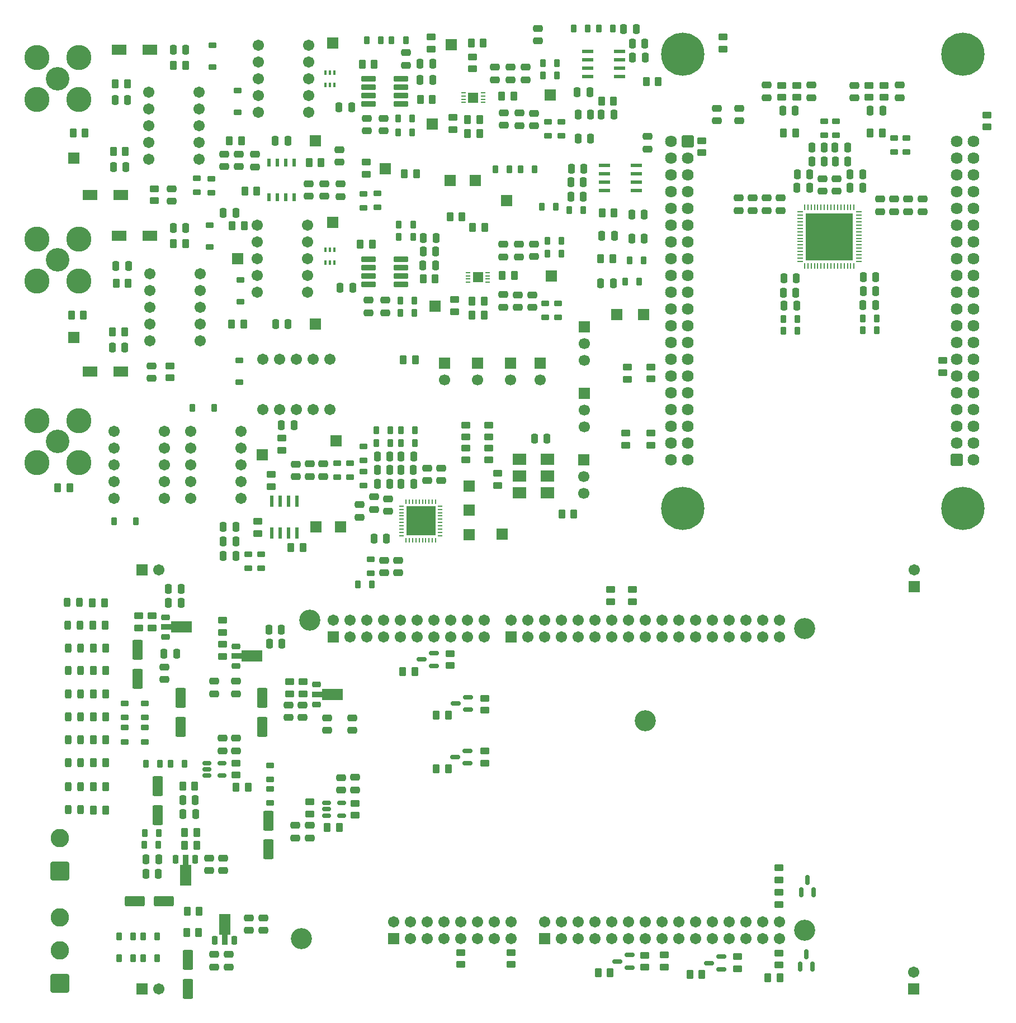
<source format=gts>
%TF.GenerationSoftware,KiCad,Pcbnew,9.0.5-9.0.5~ubuntu24.04.1*%
%TF.CreationDate,2025-11-23T20:56:38+01:00*%
%TF.ProjectId,DigitalOsciloscope,44696769-7461-46c4-9f73-63696c6f7363,rev?*%
%TF.SameCoordinates,Original*%
%TF.FileFunction,Soldermask,Top*%
%TF.FilePolarity,Negative*%
%FSLAX46Y46*%
G04 Gerber Fmt 4.6, Leading zero omitted, Abs format (unit mm)*
G04 Created by KiCad (PCBNEW 9.0.5-9.0.5~ubuntu24.04.1) date 2025-11-23 20:56:38*
%MOMM*%
%LPD*%
G01*
G04 APERTURE LIST*
G04 Aperture macros list*
%AMRoundRect*
0 Rectangle with rounded corners*
0 $1 Rounding radius*
0 $2 $3 $4 $5 $6 $7 $8 $9 X,Y pos of 4 corners*
0 Add a 4 corners polygon primitive as box body*
4,1,4,$2,$3,$4,$5,$6,$7,$8,$9,$2,$3,0*
0 Add four circle primitives for the rounded corners*
1,1,$1+$1,$2,$3*
1,1,$1+$1,$4,$5*
1,1,$1+$1,$6,$7*
1,1,$1+$1,$8,$9*
0 Add four rect primitives between the rounded corners*
20,1,$1+$1,$2,$3,$4,$5,0*
20,1,$1+$1,$4,$5,$6,$7,0*
20,1,$1+$1,$6,$7,$8,$9,0*
20,1,$1+$1,$8,$9,$2,$3,0*%
%AMFreePoly0*
4,1,9,3.862500,-0.866500,0.737500,-0.866500,0.737500,-0.450000,-0.737500,-0.450000,-0.737500,0.450000,0.737500,0.450000,0.737500,0.866500,3.862500,0.866500,3.862500,-0.866500,3.862500,-0.866500,$1*%
G04 Aperture macros list end*
%ADD10R,0.703200X0.274600*%
%ADD11R,1.600000X1.600000*%
%ADD12C,1.704000*%
%ADD13C,1.712000*%
%ADD14RoundRect,0.102000X0.754000X-0.754000X0.754000X0.754000X-0.754000X0.754000X-0.754000X-0.754000X0*%
%ADD15C,3.200000*%
%ADD16C,6.554000*%
%ADD17C,1.794000*%
%ADD18RoundRect,0.102000X0.795000X0.795000X-0.795000X0.795000X-0.795000X-0.795000X0.795000X-0.795000X0*%
%ADD19RoundRect,0.062500X-0.062500X0.375000X-0.062500X-0.375000X0.062500X-0.375000X0.062500X0.375000X0*%
%ADD20RoundRect,0.062500X-0.375000X0.062500X-0.375000X-0.062500X0.375000X-0.062500X0.375000X0.062500X0*%
%ADD21R,7.150000X7.150000*%
%ADD22RoundRect,0.100500X-0.986500X-0.301500X0.986500X-0.301500X0.986500X0.301500X-0.986500X0.301500X0*%
%ADD23RoundRect,0.100000X-0.100000X0.225000X-0.100000X-0.225000X0.100000X-0.225000X0.100000X0.225000X0*%
%ADD24RoundRect,0.250000X-0.450000X0.262500X-0.450000X-0.262500X0.450000X-0.262500X0.450000X0.262500X0*%
%ADD25RoundRect,0.250000X0.450000X-0.262500X0.450000X0.262500X-0.450000X0.262500X-0.450000X-0.262500X0*%
%ADD26RoundRect,0.250000X-0.262500X-0.450000X0.262500X-0.450000X0.262500X0.450000X-0.262500X0.450000X0*%
%ADD27RoundRect,0.250000X-0.475000X0.250000X-0.475000X-0.250000X0.475000X-0.250000X0.475000X0.250000X0*%
%ADD28RoundRect,0.250000X0.262500X0.450000X-0.262500X0.450000X-0.262500X-0.450000X0.262500X-0.450000X0*%
%ADD29RoundRect,0.250000X0.475000X-0.250000X0.475000X0.250000X-0.475000X0.250000X-0.475000X-0.250000X0*%
%ADD30RoundRect,0.150000X0.587500X0.150000X-0.587500X0.150000X-0.587500X-0.150000X0.587500X-0.150000X0*%
%ADD31R,1.700000X1.700000*%
%ADD32C,1.700000*%
%ADD33RoundRect,0.250000X-0.550000X1.250000X-0.550000X-1.250000X0.550000X-1.250000X0.550000X1.250000X0*%
%ADD34RoundRect,0.218750X0.218750X0.381250X-0.218750X0.381250X-0.218750X-0.381250X0.218750X-0.381250X0*%
%ADD35RoundRect,0.250000X-0.250000X-0.475000X0.250000X-0.475000X0.250000X0.475000X-0.250000X0.475000X0*%
%ADD36RoundRect,0.218750X0.381250X-0.218750X0.381250X0.218750X-0.381250X0.218750X-0.381250X-0.218750X0*%
%ADD37R,2.000000X1.800000*%
%ADD38RoundRect,0.150000X0.150000X-0.587500X0.150000X0.587500X-0.150000X0.587500X-0.150000X-0.587500X0*%
%ADD39RoundRect,0.250000X0.250000X0.475000X-0.250000X0.475000X-0.250000X-0.475000X0.250000X-0.475000X0*%
%ADD40RoundRect,0.218750X-0.218750X-0.381250X0.218750X-0.381250X0.218750X0.381250X-0.218750X0.381250X0*%
%ADD41RoundRect,0.225000X-0.425000X-0.225000X0.425000X-0.225000X0.425000X0.225000X-0.425000X0.225000X0*%
%ADD42FreePoly0,0.000000*%
%ADD43RoundRect,0.218750X-0.381250X0.218750X-0.381250X-0.218750X0.381250X-0.218750X0.381250X0.218750X0*%
%ADD44RoundRect,0.243750X0.243750X0.456250X-0.243750X0.456250X-0.243750X-0.456250X0.243750X-0.456250X0*%
%ADD45R,2.300000X1.600000*%
%ADD46R,0.711200X0.254000*%
%ADD47R,0.254000X0.711200*%
%ADD48R,4.495800X4.495800*%
%ADD49R,1.676400X0.508000*%
%ADD50C,3.556000*%
%ADD51C,3.810000*%
%ADD52RoundRect,0.250001X1.149999X-1.149999X1.149999X1.149999X-1.149999X1.149999X-1.149999X-1.149999X0*%
%ADD53C,2.800000*%
%ADD54RoundRect,0.150000X-0.512500X-0.150000X0.512500X-0.150000X0.512500X0.150000X-0.512500X0.150000X0*%
%ADD55RoundRect,0.225000X0.225000X0.375000X-0.225000X0.375000X-0.225000X-0.375000X0.225000X-0.375000X0*%
%ADD56RoundRect,0.225000X-0.375000X0.225000X-0.375000X-0.225000X0.375000X-0.225000X0.375000X0.225000X0*%
%ADD57RoundRect,0.225000X0.375000X-0.225000X0.375000X0.225000X-0.375000X0.225000X-0.375000X-0.225000X0*%
%ADD58R,0.508000X1.257300*%
%ADD59RoundRect,0.225000X-0.225000X-0.375000X0.225000X-0.375000X0.225000X0.375000X-0.225000X0.375000X0*%
%ADD60RoundRect,0.250000X0.550000X-1.250000X0.550000X1.250000X-0.550000X1.250000X-0.550000X-1.250000X0*%
%ADD61RoundRect,0.225000X-0.225000X0.425000X-0.225000X-0.425000X0.225000X-0.425000X0.225000X0.425000X0*%
%ADD62FreePoly0,270.000000*%
%ADD63R,0.508000X1.676400*%
%ADD64RoundRect,0.225000X0.225000X-0.425000X0.225000X0.425000X-0.225000X0.425000X-0.225000X-0.425000X0*%
%ADD65FreePoly0,90.000000*%
%ADD66RoundRect,0.250000X1.250000X0.550000X-1.250000X0.550000X-1.250000X-0.550000X1.250000X-0.550000X0*%
G04 APERTURE END LIST*
D10*
%TO.C,U6*%
X192323399Y-90549999D03*
X192323399Y-91050000D03*
X192323399Y-91550000D03*
X192323399Y-92050001D03*
X195276601Y-92050001D03*
X195276601Y-91550000D03*
X195276601Y-91050000D03*
X195276601Y-90549999D03*
D11*
X193800000Y-91300000D03*
%TD*%
D10*
%TO.C,U5*%
X191623399Y-63299999D03*
X191623399Y-63800000D03*
X191623399Y-64300000D03*
X191623399Y-64800001D03*
X194576601Y-64800001D03*
X194576601Y-64300000D03*
X194576601Y-63800000D03*
X194576601Y-63299999D03*
D11*
X193100000Y-64050000D03*
%TD*%
D12*
%TO.C,K2*%
X151710000Y-90720000D03*
X151710000Y-93260000D03*
X151710000Y-95800000D03*
X151710000Y-98340000D03*
X151710000Y-100880000D03*
X144090000Y-100880000D03*
X144090000Y-98340000D03*
X144090000Y-95800000D03*
X144090000Y-93260000D03*
X144090000Y-90720000D03*
%TD*%
%TO.C,K3*%
X160390000Y-93530000D03*
X160390000Y-90990000D03*
X160390000Y-88450000D03*
X160390000Y-85910000D03*
X160390000Y-83370000D03*
X168010000Y-83370000D03*
X168010000Y-85910000D03*
X168010000Y-88450000D03*
X168010000Y-90990000D03*
X168010000Y-93530000D03*
%TD*%
D13*
%TO.C,U11*%
X259800000Y-196600000D03*
D14*
X259800000Y-199140000D03*
D13*
X259820000Y-135640000D03*
D14*
X259820000Y-138180000D03*
D13*
X239480000Y-143260000D03*
X239480000Y-145800000D03*
X236940000Y-143260000D03*
X236940000Y-145800000D03*
X234400000Y-143260000D03*
X234400000Y-145800000D03*
X231860000Y-143260000D03*
X231860000Y-145800000D03*
X229320000Y-143260000D03*
X229320000Y-145800000D03*
X226780000Y-143260000D03*
X226780000Y-145800000D03*
X224240000Y-143260000D03*
X224240000Y-145800000D03*
X221700000Y-143260000D03*
X221700000Y-145800000D03*
X219160000Y-143260000D03*
X219160000Y-145800000D03*
X216620000Y-143260000D03*
X216620000Y-145800000D03*
X214080000Y-143260000D03*
X214080000Y-145800000D03*
X211540000Y-143260000D03*
X211540000Y-145800000D03*
X209000000Y-143260000D03*
X209000000Y-145800000D03*
X206460000Y-143260000D03*
X206460000Y-145800000D03*
X203920000Y-143260000D03*
X203920000Y-145800000D03*
X201380000Y-143260000D03*
X201380000Y-145800000D03*
X198840000Y-143260000D03*
D14*
X198840000Y-145800000D03*
D13*
X239480000Y-188980000D03*
X239480000Y-191520000D03*
X236940000Y-188980000D03*
X236940000Y-191520000D03*
X234400000Y-188980000D03*
X234400000Y-191520000D03*
X231860000Y-188980000D03*
X231860000Y-191520000D03*
X229320000Y-188980000D03*
X229320000Y-191520000D03*
X226780000Y-188980000D03*
X226780000Y-191520000D03*
X224240000Y-188980000D03*
X224240000Y-191520000D03*
X221700000Y-188980000D03*
X221700000Y-191520000D03*
X219160000Y-188980000D03*
X219160000Y-191520000D03*
X216620000Y-188980000D03*
X216620000Y-191520000D03*
X214080000Y-188980000D03*
X214080000Y-191520000D03*
X211540000Y-188980000D03*
X211540000Y-191520000D03*
X209000000Y-188980000D03*
X209000000Y-191520000D03*
X206460000Y-188980000D03*
X206460000Y-191520000D03*
X203920000Y-188980000D03*
D14*
X203920000Y-191520000D03*
D13*
X198840000Y-188980000D03*
X198840000Y-191520000D03*
X196300000Y-188980000D03*
X196300000Y-191520000D03*
X193760000Y-188980000D03*
X193760000Y-191520000D03*
X191220000Y-188980000D03*
X191220000Y-191520000D03*
X188680000Y-188980000D03*
X188680000Y-191520000D03*
X186140000Y-188980000D03*
X186140000Y-191520000D03*
X183600000Y-188980000D03*
X183600000Y-191520000D03*
X181060000Y-188980000D03*
D14*
X181060000Y-191520000D03*
D13*
X194776000Y-143260000D03*
X194776000Y-145800000D03*
X192236000Y-143260000D03*
X192236000Y-145800000D03*
X189696000Y-143260000D03*
X189696000Y-145800000D03*
X187156000Y-143260000D03*
X187156000Y-145800000D03*
X184616000Y-143260000D03*
X184616000Y-145800000D03*
X182076000Y-143260000D03*
X182076000Y-145800000D03*
X179536000Y-143260000D03*
X179536000Y-145800000D03*
X176996000Y-143260000D03*
X176996000Y-145800000D03*
X174456000Y-143260000D03*
X174456000Y-145800000D03*
X171916000Y-143260000D03*
D14*
X171916000Y-145800000D03*
D13*
X145500000Y-135640000D03*
D14*
X142960000Y-135640000D03*
D13*
X145500000Y-199140000D03*
D14*
X142960000Y-199140000D03*
D15*
X168360000Y-143260000D03*
X243290000Y-144530000D03*
X219160000Y-158500000D03*
X243290000Y-190250000D03*
X167090000Y-191520000D03*
%TD*%
D16*
%TO.C,U10*%
X224790000Y-126290000D03*
X267210000Y-126290000D03*
X224790000Y-57460000D03*
X267210000Y-57460000D03*
D17*
X268860000Y-70670000D03*
X266320000Y-70670000D03*
X268860000Y-73210000D03*
X266320000Y-73210000D03*
X268860000Y-75750000D03*
X266320000Y-75750000D03*
X268860000Y-78290000D03*
X266320000Y-78290000D03*
X268860000Y-80830000D03*
X266320000Y-80830000D03*
X268860000Y-83370000D03*
X266320000Y-83370000D03*
X268860000Y-85910000D03*
X266320000Y-85910000D03*
X268860000Y-88450000D03*
X266320000Y-88450000D03*
X268860000Y-90990000D03*
X266320000Y-90990000D03*
X268860000Y-93530000D03*
X266320000Y-93530000D03*
X268860000Y-96070000D03*
X266320000Y-96070000D03*
X268860000Y-98610000D03*
X266320000Y-98610000D03*
X268860000Y-101150000D03*
X266320000Y-101150000D03*
X268860000Y-103690000D03*
X266320000Y-103690000D03*
X268860000Y-106230000D03*
X266320000Y-106230000D03*
X268860000Y-108770000D03*
X266320000Y-108770000D03*
X268860000Y-111310000D03*
X266320000Y-111310000D03*
X268860000Y-113850000D03*
X266320000Y-113850000D03*
X268860000Y-116390000D03*
X266320000Y-116390000D03*
X268860000Y-118930000D03*
D18*
X266320000Y-118930000D03*
D17*
X223010000Y-118930000D03*
X225550000Y-118930000D03*
X223010000Y-116390000D03*
X225550000Y-116390000D03*
X223010000Y-113850000D03*
X225550000Y-113850000D03*
X223010000Y-111310000D03*
X225550000Y-111310000D03*
X223010000Y-108770000D03*
X225550000Y-108770000D03*
X223010000Y-106230000D03*
X225550000Y-106230000D03*
X223010000Y-103690000D03*
X225550000Y-103690000D03*
X223010000Y-101150000D03*
X225550000Y-101150000D03*
X223010000Y-98610000D03*
X225550000Y-98610000D03*
X223010000Y-96070000D03*
X225550000Y-96070000D03*
X223010000Y-93530000D03*
X225550000Y-93530000D03*
X223010000Y-90990000D03*
X225550000Y-90990000D03*
X223010000Y-88450000D03*
X225550000Y-88450000D03*
X223010000Y-85910000D03*
X225550000Y-85910000D03*
X223010000Y-83370000D03*
X225550000Y-83370000D03*
X223010000Y-80830000D03*
X225550000Y-80830000D03*
X223010000Y-78290000D03*
X225550000Y-78290000D03*
X223010000Y-75750000D03*
X225550000Y-75750000D03*
X223010000Y-73210000D03*
X225550000Y-73210000D03*
X223010000Y-70670000D03*
D18*
X225550000Y-70670000D03*
%TD*%
D19*
%TO.C,U9*%
X250750000Y-80692500D03*
X250250000Y-80692500D03*
X249750000Y-80692500D03*
X249250000Y-80692500D03*
X248750000Y-80692500D03*
X248250000Y-80692500D03*
X247750000Y-80692500D03*
X247250000Y-80692500D03*
X246750000Y-80692500D03*
X246250000Y-80692500D03*
X245750000Y-80692500D03*
X245250000Y-80692500D03*
X244750000Y-80692500D03*
X244250000Y-80692500D03*
X243750000Y-80692500D03*
X243250000Y-80692500D03*
D20*
X242562500Y-81380000D03*
X242562500Y-81880000D03*
X242562500Y-82380000D03*
X242562500Y-82880000D03*
X242562500Y-83380000D03*
X242562500Y-83880000D03*
X242562500Y-84380000D03*
X242562500Y-84880000D03*
X242562500Y-85380000D03*
X242562500Y-85880000D03*
X242562500Y-86380000D03*
X242562500Y-86880000D03*
X242562500Y-87380000D03*
X242562500Y-87880000D03*
X242562500Y-88380000D03*
X242562500Y-88880000D03*
D19*
X243250000Y-89567500D03*
X243750000Y-89567500D03*
X244250000Y-89567500D03*
X244750000Y-89567500D03*
X245250000Y-89567500D03*
X245750000Y-89567500D03*
X246250000Y-89567500D03*
X246750000Y-89567500D03*
X247250000Y-89567500D03*
X247750000Y-89567500D03*
X248250000Y-89567500D03*
X248750000Y-89567500D03*
X249250000Y-89567500D03*
X249750000Y-89567500D03*
X250250000Y-89567500D03*
X250750000Y-89567500D03*
D20*
X251437500Y-88880000D03*
X251437500Y-88380000D03*
X251437500Y-87880000D03*
X251437500Y-87380000D03*
X251437500Y-86880000D03*
X251437500Y-86380000D03*
X251437500Y-85880000D03*
X251437500Y-85380000D03*
X251437500Y-84880000D03*
X251437500Y-84380000D03*
X251437500Y-83880000D03*
X251437500Y-83380000D03*
X251437500Y-82880000D03*
X251437500Y-82380000D03*
X251437500Y-81880000D03*
X251437500Y-81380000D03*
D21*
X247000000Y-85130000D03*
%TD*%
D22*
%TO.C,U3*%
X177200000Y-61200000D03*
X177200000Y-62470000D03*
X177200000Y-63740000D03*
X177200000Y-65010000D03*
X182140000Y-65010000D03*
X182140000Y-63740000D03*
X182140000Y-62470000D03*
X182140000Y-61200000D03*
%TD*%
%TO.C,U2*%
X177200000Y-88530000D03*
X177200000Y-89800000D03*
X177200000Y-91070000D03*
X177200000Y-92340000D03*
X182140000Y-92340000D03*
X182140000Y-91070000D03*
X182140000Y-89800000D03*
X182140000Y-88530000D03*
%TD*%
D12*
%TO.C,K7*%
X161220000Y-111310000D03*
X163760000Y-111310000D03*
X166300000Y-111310000D03*
X168840000Y-111310000D03*
X171380000Y-111310000D03*
X171380000Y-103690000D03*
X168840000Y-103690000D03*
X166300000Y-103690000D03*
X163760000Y-103690000D03*
X161220000Y-103690000D03*
%TD*%
%TO.C,K6*%
X150290000Y-114620000D03*
X150290000Y-117160000D03*
X150290000Y-119700000D03*
X150290000Y-122240000D03*
X150290000Y-124780000D03*
X157910000Y-124780000D03*
X157910000Y-122240000D03*
X157910000Y-119700000D03*
X157910000Y-117160000D03*
X157910000Y-114620000D03*
%TD*%
%TO.C,K5*%
X146310000Y-124780000D03*
X146310000Y-122240000D03*
X146310000Y-119700000D03*
X146310000Y-117160000D03*
X146310000Y-114620000D03*
X138690000Y-114620000D03*
X138690000Y-117160000D03*
X138690000Y-119700000D03*
X138690000Y-122240000D03*
X138690000Y-124780000D03*
%TD*%
%TO.C,K1*%
X143990000Y-63220000D03*
X143990000Y-65760000D03*
X143990000Y-68300000D03*
X143990000Y-70840000D03*
X143990000Y-73380000D03*
X151610000Y-73380000D03*
X151610000Y-70840000D03*
X151610000Y-68300000D03*
X151610000Y-65760000D03*
X151610000Y-63220000D03*
%TD*%
D23*
%TO.C,D2*%
X172050000Y-60250000D03*
X171400000Y-60250000D03*
X170750000Y-60250000D03*
X170750000Y-62150000D03*
X171400000Y-62150000D03*
X172050000Y-62150000D03*
%TD*%
%TO.C,D1*%
X172050000Y-87150000D03*
X171400000Y-87150000D03*
X170750000Y-87150000D03*
X170750000Y-89050000D03*
X171400000Y-89050000D03*
X172050000Y-89050000D03*
%TD*%
D24*
%TO.C,R61*%
X216200000Y-116712500D03*
X216200000Y-114887500D03*
%TD*%
D25*
%TO.C,R59*%
X220000000Y-114887500D03*
X220000000Y-116712500D03*
%TD*%
%TO.C,R60*%
X227700000Y-72412500D03*
X227700000Y-70587500D03*
%TD*%
D26*
%TO.C,R35*%
X184312500Y-103800000D03*
X182487500Y-103800000D03*
%TD*%
D27*
%TO.C,C113*%
X153900000Y-152500000D03*
X153900000Y-154400000D03*
%TD*%
D28*
%TO.C,R44*%
X194612500Y-55800000D03*
X192787500Y-55800000D03*
%TD*%
D29*
%TO.C,C85*%
X233300000Y-81150000D03*
X233300000Y-79250000D03*
%TD*%
D30*
%TO.C,Q5*%
X187137500Y-150150000D03*
X187137500Y-148250000D03*
X185262500Y-149200000D03*
%TD*%
D28*
%TO.C,R14*%
X170039950Y-73877450D03*
X168214950Y-73877450D03*
%TD*%
D31*
%TO.C,J10*%
X188700000Y-104260000D03*
D32*
X188700000Y-106800000D03*
%TD*%
D33*
%TO.C,C127*%
X149900000Y-194700000D03*
X149900000Y-199100000D03*
%TD*%
D34*
%TO.C,L20*%
X206462500Y-87700000D03*
X204337500Y-87700000D03*
%TD*%
D35*
%TO.C,C43*%
X155250000Y-133500000D03*
X157150000Y-133500000D03*
%TD*%
D29*
%TO.C,C90*%
X239600000Y-81150000D03*
X239600000Y-79250000D03*
%TD*%
D35*
%TO.C,C1*%
X139000000Y-89600000D03*
X140900000Y-89600000D03*
%TD*%
D36*
%TO.C,L34*%
X246200000Y-69762500D03*
X246200000Y-67637500D03*
%TD*%
D37*
%TO.C,Y1*%
X200100000Y-118860000D03*
X200100000Y-121400000D03*
X200100000Y-123940000D03*
X204300000Y-123940000D03*
X204300000Y-121400000D03*
X204300000Y-118860000D03*
%TD*%
D26*
%TO.C,R7*%
X130175000Y-123200000D03*
X132000000Y-123200000D03*
%TD*%
D38*
%TO.C,Q2*%
X242550000Y-195737500D03*
X244450000Y-195737500D03*
X243500000Y-193862500D03*
%TD*%
D26*
%TO.C,R28*%
X192237500Y-67350000D03*
X194062500Y-67350000D03*
%TD*%
D39*
%TO.C,C144*%
X180450000Y-122600000D03*
X178550000Y-122600000D03*
%TD*%
D34*
%TO.C,L61*%
X180562500Y-114500000D03*
X178437500Y-114500000D03*
%TD*%
D35*
%TO.C,C97*%
X252150000Y-91300000D03*
X254050000Y-91300000D03*
%TD*%
D29*
%TO.C,C95*%
X246000000Y-78250000D03*
X246000000Y-76350000D03*
%TD*%
D40*
%TO.C,L54*%
X143137500Y-194500000D03*
X145262500Y-194500000D03*
%TD*%
D27*
%TO.C,C39*%
X168300000Y-119550000D03*
X168300000Y-121450000D03*
%TD*%
%TO.C,C108*%
X165100000Y-156100000D03*
X165100000Y-158000000D03*
%TD*%
D28*
%TO.C,R78*%
X227712500Y-196900000D03*
X225887500Y-196900000D03*
%TD*%
D29*
%TO.C,C31*%
X177000000Y-69100000D03*
X177000000Y-67200000D03*
%TD*%
D28*
%TO.C,R42*%
X194812500Y-83700000D03*
X192987500Y-83700000D03*
%TD*%
D31*
%TO.C,TP22*%
X218900000Y-96900000D03*
%TD*%
D26*
%TO.C,R98*%
X135575000Y-157900000D03*
X137400000Y-157900000D03*
%TD*%
D41*
%TO.C,U16*%
X146500000Y-142800000D03*
D42*
X146587500Y-144300000D03*
D41*
X146500000Y-145800000D03*
%TD*%
D34*
%TO.C,L3*%
X184162500Y-94800000D03*
X182037500Y-94800000D03*
%TD*%
D26*
%TO.C,R99*%
X135575000Y-150900000D03*
X137400000Y-150900000D03*
%TD*%
D39*
%TO.C,C19*%
X174850000Y-92900000D03*
X172950000Y-92900000D03*
%TD*%
D43*
%TO.C,L36*%
X248000000Y-67637500D03*
X248000000Y-69762500D03*
%TD*%
D44*
%TO.C,D14*%
X133637500Y-157860000D03*
X131762500Y-157860000D03*
%TD*%
D40*
%TO.C,L29*%
X208275000Y-53600000D03*
X210400000Y-53600000D03*
%TD*%
D39*
%TO.C,C30*%
X187450000Y-85300000D03*
X185550000Y-85300000D03*
%TD*%
D31*
%TO.C,J8*%
X198769047Y-104260000D03*
D32*
X198769047Y-106800000D03*
%TD*%
D31*
%TO.C,TP7*%
X179800000Y-74800000D03*
%TD*%
D28*
%TO.C,R83*%
X189300000Y-157600000D03*
X187475000Y-157600000D03*
%TD*%
D31*
%TO.C,TP24*%
X192500000Y-126600000D03*
%TD*%
D25*
%TO.C,R88*%
X167300000Y-154400000D03*
X167300000Y-152575000D03*
%TD*%
%TO.C,R37*%
X230900000Y-56712500D03*
X230900000Y-54887500D03*
%TD*%
D31*
%TO.C,J7*%
X209900000Y-98760000D03*
D32*
X209900000Y-101300000D03*
X209900000Y-103840000D03*
%TD*%
D45*
%TO.C,C5*%
X139450000Y-56800000D03*
X144150000Y-56800000D03*
%TD*%
D31*
%TO.C,J5*%
X209800000Y-118940000D03*
D32*
X209800000Y-121480000D03*
X209800000Y-124020000D03*
%TD*%
D27*
%TO.C,C109*%
X157200000Y-152500000D03*
X157200000Y-154400000D03*
%TD*%
D43*
%TO.C,L57*%
X176500000Y-120737500D03*
X176500000Y-122862500D03*
%TD*%
D39*
%TO.C,C122*%
X148850000Y-138500000D03*
X146950000Y-138500000D03*
%TD*%
D26*
%TO.C,R1*%
X139017500Y-92200000D03*
X140842500Y-92200000D03*
%TD*%
D30*
%TO.C,Q7*%
X192237500Y-164950000D03*
X192237500Y-163050000D03*
X190362500Y-164000000D03*
%TD*%
D25*
%TO.C,R62*%
X264200000Y-105712500D03*
X264200000Y-103887500D03*
%TD*%
D35*
%TO.C,C7*%
X138450000Y-101900000D03*
X140350000Y-101900000D03*
%TD*%
D27*
%TO.C,C52*%
X197600000Y-93900000D03*
X197600000Y-95800000D03*
%TD*%
D39*
%TO.C,C107*%
X145400000Y-181700000D03*
X143500000Y-181700000D03*
%TD*%
D27*
%TO.C,C44*%
X170400000Y-119550000D03*
X170400000Y-121450000D03*
%TD*%
D33*
%TO.C,C104*%
X161100000Y-155000000D03*
X161100000Y-159400000D03*
%TD*%
D44*
%TO.C,D19*%
X133450000Y-140550000D03*
X131575000Y-140550000D03*
%TD*%
D26*
%TO.C,R26*%
X192237500Y-69500000D03*
X194062500Y-69500000D03*
%TD*%
D39*
%TO.C,C24*%
X187400000Y-87400000D03*
X185500000Y-87400000D03*
%TD*%
D25*
%TO.C,R80*%
X189600000Y-150112500D03*
X189600000Y-148287500D03*
%TD*%
D28*
%TO.C,R74*%
X213825000Y-196700000D03*
X212000000Y-196700000D03*
%TD*%
D26*
%TO.C,R13*%
X156175000Y-70600000D03*
X158000000Y-70600000D03*
%TD*%
%TO.C,R86*%
X149387500Y-177400000D03*
X151212500Y-177400000D03*
%TD*%
D40*
%TO.C,L37*%
X240037500Y-97600000D03*
X242162500Y-97600000D03*
%TD*%
D31*
%TO.C,TP20*%
X193400000Y-76600000D03*
%TD*%
D27*
%TO.C,C47*%
X198700000Y-59450000D03*
X198700000Y-61350000D03*
%TD*%
D26*
%TO.C,R3*%
X147687500Y-86200000D03*
X149512500Y-86200000D03*
%TD*%
D25*
%TO.C,R109*%
X157200000Y-166712500D03*
X157200000Y-164887500D03*
%TD*%
D31*
%TO.C,TP3*%
X171800000Y-55800000D03*
%TD*%
D36*
%TO.C,L19*%
X204000000Y-97362500D03*
X204000000Y-95237500D03*
%TD*%
D29*
%TO.C,C86*%
X256800000Y-81350000D03*
X256800000Y-79450000D03*
%TD*%
D25*
%TO.C,R73*%
X219062500Y-195862500D03*
X219062500Y-194037500D03*
%TD*%
%TO.C,R39*%
X216400000Y-106725000D03*
X216400000Y-104900000D03*
%TD*%
D35*
%TO.C,C14*%
X163150000Y-98400000D03*
X165050000Y-98400000D03*
%TD*%
%TO.C,C151*%
X182150000Y-118400000D03*
X184050000Y-118400000D03*
%TD*%
D26*
%TO.C,R27*%
X192887500Y-97000000D03*
X194712500Y-97000000D03*
%TD*%
D29*
%TO.C,C53*%
X197600000Y-88200000D03*
X197600000Y-86300000D03*
%TD*%
D40*
%TO.C,L26*%
X200237500Y-74900000D03*
X202362500Y-74900000D03*
%TD*%
D25*
%TO.C,R51*%
X242100000Y-64025000D03*
X242100000Y-62200000D03*
%TD*%
D31*
%TO.C,TP12*%
X161100000Y-118200000D03*
%TD*%
D29*
%TO.C,C37*%
X166200000Y-121500000D03*
X166200000Y-119600000D03*
%TD*%
D26*
%TO.C,R2*%
X138887500Y-62000000D03*
X140712500Y-62000000D03*
%TD*%
D34*
%TO.C,L8*%
X183812500Y-67200000D03*
X181687500Y-67200000D03*
%TD*%
D27*
%TO.C,C76*%
X237500000Y-62150000D03*
X237500000Y-64050000D03*
%TD*%
D25*
%TO.C,R92*%
X144500000Y-144400000D03*
X144500000Y-142575000D03*
%TD*%
D39*
%TO.C,C63*%
X214300000Y-92200000D03*
X212400000Y-92200000D03*
%TD*%
D29*
%TO.C,C60*%
X219500000Y-71850000D03*
X219500000Y-69950000D03*
%TD*%
D40*
%TO.C,L12*%
X176937500Y-55400000D03*
X179062500Y-55400000D03*
%TD*%
D46*
%TO.C,U20*%
X182254463Y-125953833D03*
X182254463Y-126453959D03*
X182254463Y-126954085D03*
X182254463Y-127454211D03*
X182254463Y-127954337D03*
X182254463Y-128454463D03*
X182254463Y-128954589D03*
X182254463Y-129454715D03*
X182254463Y-129954841D03*
X182254463Y-130454967D03*
D47*
X182899496Y-131100000D03*
X183399622Y-131100000D03*
X183899748Y-131100000D03*
X184399874Y-131100000D03*
X184900000Y-131100000D03*
X185400126Y-131100000D03*
X185900252Y-131100000D03*
X186400378Y-131100000D03*
X186900504Y-131100000D03*
X187400630Y-131100000D03*
D46*
X188045663Y-130454967D03*
X188045663Y-129954841D03*
X188045663Y-129454715D03*
X188045663Y-128954589D03*
X188045663Y-128454463D03*
X188045663Y-127954337D03*
X188045663Y-127454211D03*
X188045663Y-126954085D03*
X188045663Y-126453959D03*
X188045663Y-125953833D03*
D47*
X187400630Y-125308800D03*
X186900504Y-125308800D03*
X186400378Y-125308800D03*
X185900252Y-125308800D03*
X185400126Y-125308800D03*
X184900000Y-125308800D03*
X184399874Y-125308800D03*
X183899748Y-125308800D03*
X183399622Y-125308800D03*
X182899496Y-125308800D03*
D48*
X185150063Y-128204400D03*
%TD*%
D44*
%TO.C,D13*%
X133637500Y-161400000D03*
X131762500Y-161400000D03*
%TD*%
D35*
%TO.C,C114*%
X146250000Y-148300000D03*
X148150000Y-148300000D03*
%TD*%
D26*
%TO.C,R34*%
X182675000Y-75600000D03*
X184500000Y-75600000D03*
%TD*%
D30*
%TO.C,Q4*%
X230637500Y-196150000D03*
X230637500Y-194250000D03*
X228762500Y-195200000D03*
%TD*%
D31*
%TO.C,J9*%
X193700000Y-104260000D03*
D32*
X193700000Y-106800000D03*
%TD*%
D24*
%TO.C,R25*%
X190300000Y-94675000D03*
X190300000Y-96500000D03*
%TD*%
D35*
%TO.C,C20*%
X185450000Y-89500000D03*
X187350000Y-89500000D03*
%TD*%
D49*
%TO.C,U8*%
X217813000Y-78110000D03*
X217813000Y-76840000D03*
X217813000Y-75570000D03*
X217813000Y-74300000D03*
X212987000Y-74300000D03*
X212987000Y-75570000D03*
X212987000Y-76840000D03*
X212987000Y-78110000D03*
%TD*%
D44*
%TO.C,D16*%
X133637500Y-154400000D03*
X131762500Y-154400000D03*
%TD*%
D34*
%TO.C,L52*%
X145462500Y-175500000D03*
X143337500Y-175500000D03*
%TD*%
D29*
%TO.C,C55*%
X233400000Y-67550000D03*
X233400000Y-65650000D03*
%TD*%
D26*
%TO.C,R102*%
X135500000Y-144000000D03*
X137325000Y-144000000D03*
%TD*%
D35*
%TO.C,C79*%
X247850000Y-71600000D03*
X249750000Y-71600000D03*
%TD*%
D27*
%TO.C,C149*%
X175900000Y-125750000D03*
X175900000Y-127650000D03*
%TD*%
D50*
%TO.C,J2*%
X130175000Y-88675000D03*
D51*
X127000000Y-85500000D03*
X127000000Y-91850000D03*
X133350000Y-85500000D03*
X133350000Y-91850000D03*
%TD*%
D31*
%TO.C,TP10*%
X186850000Y-68100000D03*
%TD*%
D35*
%TO.C,C92*%
X250150000Y-77700000D03*
X252050000Y-77700000D03*
%TD*%
D45*
%TO.C,C11*%
X139750000Y-105600000D03*
X135050000Y-105600000D03*
%TD*%
D31*
%TO.C,TP19*%
X189600000Y-76600000D03*
%TD*%
D26*
%TO.C,R31*%
X192887500Y-94900000D03*
X194712500Y-94900000D03*
%TD*%
D25*
%TO.C,R63*%
X270900000Y-68525000D03*
X270900000Y-66700000D03*
%TD*%
%TO.C,R91*%
X155100000Y-145100000D03*
X155100000Y-143275000D03*
%TD*%
D33*
%TO.C,C105*%
X148800000Y-155000000D03*
X148800000Y-159400000D03*
%TD*%
D52*
%TO.C,J12*%
X130467500Y-198250000D03*
D53*
X130467500Y-193250000D03*
X130467500Y-188250000D03*
%TD*%
D26*
%TO.C,R33*%
X197487500Y-91000000D03*
X199312500Y-91000000D03*
%TD*%
D44*
%TO.C,D15*%
X133637500Y-150900000D03*
X131762500Y-150900000D03*
%TD*%
D27*
%TO.C,C75*%
X250800000Y-62200000D03*
X250800000Y-64100000D03*
%TD*%
D26*
%TO.C,R105*%
X135412500Y-140600000D03*
X137237500Y-140600000D03*
%TD*%
D35*
%TO.C,C4*%
X147650000Y-83800000D03*
X149550000Y-83800000D03*
%TD*%
D30*
%TO.C,Q6*%
X192300000Y-156800000D03*
X192300000Y-154900000D03*
X190425000Y-155850000D03*
%TD*%
D27*
%TO.C,C49*%
X200000000Y-86300000D03*
X200000000Y-88200000D03*
%TD*%
D36*
%TO.C,L48*%
X140300000Y-157962500D03*
X140300000Y-155837500D03*
%TD*%
D40*
%TO.C,L62*%
X182137500Y-114500000D03*
X184262500Y-114500000D03*
%TD*%
D25*
%TO.C,R55*%
X192000000Y-115500000D03*
X192000000Y-113675000D03*
%TD*%
D29*
%TO.C,C23*%
X177200000Y-96650000D03*
X177200000Y-94750000D03*
%TD*%
D35*
%TO.C,C145*%
X182150000Y-122600000D03*
X184050000Y-122600000D03*
%TD*%
D24*
%TO.C,R11*%
X144800000Y-77867500D03*
X144800000Y-79692500D03*
%TD*%
D26*
%TO.C,R30*%
X165487500Y-132200000D03*
X167312500Y-132200000D03*
%TD*%
D27*
%TO.C,C41*%
X201000000Y-59450000D03*
X201000000Y-61350000D03*
%TD*%
D45*
%TO.C,C3*%
X139450000Y-85000000D03*
X144150000Y-85000000D03*
%TD*%
D43*
%TO.C,L35*%
X256800000Y-70137500D03*
X256800000Y-72262500D03*
%TD*%
D35*
%TO.C,C67*%
X207850000Y-76900000D03*
X209750000Y-76900000D03*
%TD*%
D24*
%TO.C,R17*%
X176900000Y-73837500D03*
X176900000Y-75662500D03*
%TD*%
D35*
%TO.C,C126*%
X149150000Y-172600000D03*
X151050000Y-172600000D03*
%TD*%
D26*
%TO.C,R5*%
X132517500Y-69400000D03*
X134342500Y-69400000D03*
%TD*%
D29*
%TO.C,C29*%
X179800000Y-96650000D03*
X179800000Y-94750000D03*
%TD*%
D27*
%TO.C,C116*%
X171000000Y-158050000D03*
X171000000Y-159950000D03*
%TD*%
D29*
%TO.C,C136*%
X157200000Y-163050000D03*
X157200000Y-161150000D03*
%TD*%
D44*
%TO.C,D11*%
X133637500Y-168480000D03*
X131762500Y-168480000D03*
%TD*%
D33*
%TO.C,C123*%
X162100000Y-173600000D03*
X162100000Y-178000000D03*
%TD*%
D28*
%TO.C,R46*%
X214412500Y-81500000D03*
X212587500Y-81500000D03*
%TD*%
D43*
%TO.C,L15*%
X205900000Y-95237500D03*
X205900000Y-97362500D03*
%TD*%
D35*
%TO.C,C65*%
X208950000Y-66600000D03*
X210850000Y-66600000D03*
%TD*%
D28*
%TO.C,R18*%
X177812500Y-86300000D03*
X175987500Y-86300000D03*
%TD*%
%TO.C,R107*%
X151525000Y-190600000D03*
X149700000Y-190600000D03*
%TD*%
D54*
%TO.C,U17*%
X152800000Y-164900000D03*
X152800000Y-165850000D03*
X152800000Y-166800000D03*
X155075000Y-166800000D03*
X155075000Y-164900000D03*
%TD*%
D43*
%TO.C,L51*%
X162300000Y-168837500D03*
X162300000Y-170962500D03*
%TD*%
D34*
%TO.C,L39*%
X242162500Y-99400000D03*
X240037500Y-99400000D03*
%TD*%
D55*
%TO.C,D3*%
X142000000Y-128300000D03*
X138700000Y-128300000D03*
%TD*%
D39*
%TO.C,C99*%
X254050000Y-93400000D03*
X252150000Y-93400000D03*
%TD*%
%TO.C,C57*%
X210750000Y-63200000D03*
X208850000Y-63200000D03*
%TD*%
D31*
%TO.C,J4*%
X209900000Y-108860000D03*
D32*
X209900000Y-111400000D03*
X209900000Y-113940000D03*
%TD*%
D43*
%TO.C,L60*%
X176500000Y-116937500D03*
X176500000Y-119062500D03*
%TD*%
D35*
%TO.C,C69*%
X208950000Y-70300000D03*
X210850000Y-70300000D03*
%TD*%
D39*
%TO.C,C118*%
X148850000Y-140600000D03*
X146950000Y-140600000D03*
%TD*%
D44*
%TO.C,D12*%
X133637500Y-164840000D03*
X131762500Y-164840000D03*
%TD*%
%TO.C,D17*%
X133637500Y-147500000D03*
X131762500Y-147500000D03*
%TD*%
D43*
%TO.C,L6*%
X178600000Y-78537500D03*
X178600000Y-80662500D03*
%TD*%
D56*
%TO.C,D6*%
X153600000Y-56150000D03*
X153600000Y-59450000D03*
%TD*%
D49*
%TO.C,U7*%
X215213000Y-60905000D03*
X215213000Y-59635000D03*
X215213000Y-58365000D03*
X215213000Y-57095000D03*
X210387000Y-57095000D03*
X210387000Y-58365000D03*
X210387000Y-59635000D03*
X210387000Y-60905000D03*
%TD*%
D39*
%TO.C,C81*%
X246250000Y-71600000D03*
X244350000Y-71600000D03*
%TD*%
D35*
%TO.C,C13*%
X163100000Y-70600000D03*
X165000000Y-70600000D03*
%TD*%
D36*
%TO.C,L56*%
X177600000Y-136162500D03*
X177600000Y-134037500D03*
%TD*%
D40*
%TO.C,L32*%
X203437500Y-80600000D03*
X205562500Y-80600000D03*
%TD*%
D31*
%TO.C,TP16*%
X204900000Y-91100000D03*
%TD*%
D36*
%TO.C,L21*%
X159000000Y-135362500D03*
X159000000Y-133237500D03*
%TD*%
D40*
%TO.C,L41*%
X139437500Y-191200000D03*
X141562500Y-191200000D03*
%TD*%
D29*
%TO.C,C45*%
X200100000Y-68300000D03*
X200100000Y-66400000D03*
%TD*%
D27*
%TO.C,C130*%
X153900000Y-193900000D03*
X153900000Y-195800000D03*
%TD*%
D40*
%TO.C,L27*%
X216737500Y-88700000D03*
X218862500Y-88700000D03*
%TD*%
D24*
%TO.C,R24*%
X190000000Y-67087500D03*
X190000000Y-68912500D03*
%TD*%
D25*
%TO.C,R22*%
X162500000Y-123012500D03*
X162500000Y-121187500D03*
%TD*%
D34*
%TO.C,L9*%
X183962500Y-83300000D03*
X181837500Y-83300000D03*
%TD*%
D36*
%TO.C,L5*%
X151200000Y-78400000D03*
X151200000Y-76275000D03*
%TD*%
D40*
%TO.C,L53*%
X139437500Y-194500000D03*
X141562500Y-194500000D03*
%TD*%
D27*
%TO.C,C110*%
X146300000Y-150350000D03*
X146300000Y-152250000D03*
%TD*%
D29*
%TO.C,C54*%
X230000000Y-67550000D03*
X230000000Y-65650000D03*
%TD*%
D27*
%TO.C,C22*%
X170500000Y-77100000D03*
X170500000Y-79000000D03*
%TD*%
D26*
%TO.C,R96*%
X135600000Y-164800000D03*
X137425000Y-164800000D03*
%TD*%
D29*
%TO.C,C82*%
X237500000Y-81150000D03*
X237500000Y-79250000D03*
%TD*%
D38*
%TO.C,Q1*%
X242750000Y-184475000D03*
X244650000Y-184475000D03*
X243700000Y-182600000D03*
%TD*%
D40*
%TO.C,L46*%
X147237500Y-165000000D03*
X149362500Y-165000000D03*
%TD*%
D29*
%TO.C,C137*%
X175200000Y-168950000D03*
X175200000Y-167050000D03*
%TD*%
D36*
%TO.C,L2*%
X176500000Y-80762500D03*
X176500000Y-78637500D03*
%TD*%
D25*
%TO.C,R56*%
X195400000Y-118987500D03*
X195400000Y-117162500D03*
%TD*%
D31*
%TO.C,TP14*%
X173000000Y-129100000D03*
%TD*%
%TO.C,TP13*%
X169300000Y-129100000D03*
%TD*%
D28*
%TO.C,R52*%
X255012500Y-69412500D03*
X253187500Y-69412500D03*
%TD*%
D25*
%TO.C,R75*%
X217200000Y-140412500D03*
X217200000Y-138587500D03*
%TD*%
D26*
%TO.C,R32*%
X197387500Y-63800000D03*
X199212500Y-63800000D03*
%TD*%
D39*
%TO.C,C88*%
X252050000Y-75700000D03*
X250150000Y-75700000D03*
%TD*%
D25*
%TO.C,R23*%
X164100000Y-117512500D03*
X164100000Y-115687500D03*
%TD*%
D39*
%TO.C,C72*%
X255100000Y-66012500D03*
X253200000Y-66012500D03*
%TD*%
D26*
%TO.C,R45*%
X212500000Y-64600000D03*
X214325000Y-64600000D03*
%TD*%
%TO.C,R47*%
X212400000Y-88500000D03*
X214225000Y-88500000D03*
%TD*%
D28*
%TO.C,R38*%
X191400000Y-82100000D03*
X189575000Y-82100000D03*
%TD*%
D35*
%TO.C,C56*%
X217200000Y-58000000D03*
X219100000Y-58000000D03*
%TD*%
D24*
%TO.C,R79*%
X222000000Y-194000000D03*
X222000000Y-195825000D03*
%TD*%
D31*
%TO.C,TP15*%
X204750000Y-63650000D03*
%TD*%
D35*
%TO.C,C6*%
X147650000Y-56800000D03*
X149550000Y-56800000D03*
%TD*%
D27*
%TO.C,C50*%
X197700000Y-66350000D03*
X197700000Y-68250000D03*
%TD*%
D26*
%TO.C,R41*%
X219287500Y-61600000D03*
X221112500Y-61600000D03*
%TD*%
D35*
%TO.C,C98*%
X240050000Y-93600000D03*
X241950000Y-93600000D03*
%TD*%
D29*
%TO.C,C91*%
X248100000Y-78250000D03*
X248100000Y-76350000D03*
%TD*%
D40*
%TO.C,L50*%
X143300000Y-177300000D03*
X145425000Y-177300000D03*
%TD*%
D25*
%TO.C,R29*%
X160500000Y-130112500D03*
X160500000Y-128287500D03*
%TD*%
D27*
%TO.C,C58*%
X202900000Y-53550000D03*
X202900000Y-55450000D03*
%TD*%
D43*
%TO.C,L13*%
X206400000Y-67737500D03*
X206400000Y-69862500D03*
%TD*%
D39*
%TO.C,C147*%
X180450000Y-120500000D03*
X178550000Y-120500000D03*
%TD*%
D26*
%TO.C,R100*%
X135575000Y-154400000D03*
X137400000Y-154400000D03*
%TD*%
D56*
%TO.C,D9*%
X157850000Y-91650000D03*
X157850000Y-94950000D03*
%TD*%
D41*
%TO.C,U14*%
X169350000Y-153000000D03*
D42*
X169437500Y-154500000D03*
D41*
X169350000Y-156000000D03*
%TD*%
D40*
%TO.C,L28*%
X207637500Y-81100000D03*
X209762500Y-81100000D03*
%TD*%
D36*
%TO.C,L47*%
X143400000Y-157962500D03*
X143400000Y-155837500D03*
%TD*%
D57*
%TO.C,D5*%
X157700000Y-107150000D03*
X157700000Y-103850000D03*
%TD*%
D25*
%TO.C,R84*%
X194800000Y-164900000D03*
X194800000Y-163075000D03*
%TD*%
D31*
%TO.C,TP23*%
X192500000Y-122900000D03*
%TD*%
D50*
%TO.C,J3*%
X130175000Y-116175000D03*
D51*
X127000000Y-119350000D03*
X133350000Y-119350000D03*
X127000000Y-113000000D03*
X133350000Y-113000000D03*
%TD*%
D40*
%TO.C,L14*%
X203637500Y-58800000D03*
X205762500Y-58800000D03*
%TD*%
D31*
%TO.C,TP9*%
X187300000Y-95700000D03*
%TD*%
D25*
%TO.C,R36*%
X186700000Y-56712500D03*
X186700000Y-54887500D03*
%TD*%
D43*
%TO.C,L22*%
X172500000Y-119437500D03*
X172500000Y-121562500D03*
%TD*%
D26*
%TO.C,R4*%
X147687500Y-59200000D03*
X149512500Y-59200000D03*
%TD*%
D29*
%TO.C,C40*%
X202300000Y-68350000D03*
X202300000Y-66450000D03*
%TD*%
D36*
%TO.C,L24*%
X174400000Y-121562500D03*
X174400000Y-119437500D03*
%TD*%
D39*
%TO.C,C140*%
X179950000Y-130900000D03*
X178050000Y-130900000D03*
%TD*%
D40*
%TO.C,L58*%
X178437500Y-116400000D03*
X180562500Y-116400000D03*
%TD*%
D25*
%TO.C,R82*%
X194800000Y-156900000D03*
X194800000Y-155075000D03*
%TD*%
D31*
%TO.C,TP6*%
X169200000Y-70600000D03*
%TD*%
D26*
%TO.C,R110*%
X170987500Y-174700000D03*
X172812500Y-174700000D03*
%TD*%
D27*
%TO.C,C77*%
X244300000Y-62150000D03*
X244300000Y-64050000D03*
%TD*%
D24*
%TO.C,R67*%
X239400000Y-184487500D03*
X239400000Y-186312500D03*
%TD*%
D27*
%TO.C,C128*%
X168300000Y-174350000D03*
X168300000Y-176250000D03*
%TD*%
%TO.C,C15*%
X172800000Y-71950000D03*
X172800000Y-73850000D03*
%TD*%
D31*
%TO.C,TP4*%
X171800000Y-83000000D03*
%TD*%
D40*
%TO.C,L11*%
X181687500Y-69300000D03*
X183812500Y-69300000D03*
%TD*%
D29*
%TO.C,C94*%
X254700000Y-81350000D03*
X254700000Y-79450000D03*
%TD*%
D26*
%TO.C,R53*%
X240087500Y-69412500D03*
X241912500Y-69412500D03*
%TD*%
%TO.C,R6*%
X132237500Y-97000000D03*
X134062500Y-97000000D03*
%TD*%
D28*
%TO.C,R87*%
X151212500Y-175400000D03*
X149387500Y-175400000D03*
%TD*%
D56*
%TO.C,D7*%
X153200000Y-83350000D03*
X153200000Y-86650000D03*
%TD*%
D45*
%TO.C,C12*%
X139750000Y-78800000D03*
X135050000Y-78800000D03*
%TD*%
D44*
%TO.C,D18*%
X133550000Y-144000000D03*
X131675000Y-144000000D03*
%TD*%
D29*
%TO.C,C134*%
X173100000Y-169000000D03*
X173100000Y-167100000D03*
%TD*%
D26*
%TO.C,R16*%
X156575000Y-83500000D03*
X158400000Y-83500000D03*
%TD*%
%TO.C,R21*%
X185087500Y-64300000D03*
X186912500Y-64300000D03*
%TD*%
D27*
%TO.C,C46*%
X202300000Y-86250000D03*
X202300000Y-88150000D03*
%TD*%
%TO.C,C132*%
X159100000Y-188350000D03*
X159100000Y-190250000D03*
%TD*%
D40*
%TO.C,L45*%
X143137500Y-191200000D03*
X145262500Y-191200000D03*
%TD*%
D44*
%TO.C,D10*%
X133637500Y-171980000D03*
X131762500Y-171980000D03*
%TD*%
D25*
%TO.C,R111*%
X175200000Y-172812500D03*
X175200000Y-170987500D03*
%TD*%
D35*
%TO.C,C38*%
X155250000Y-131300000D03*
X157150000Y-131300000D03*
%TD*%
D39*
%TO.C,C59*%
X214362500Y-66600000D03*
X212462500Y-66600000D03*
%TD*%
D29*
%TO.C,C18*%
X168200000Y-79000000D03*
X168200000Y-77100000D03*
%TD*%
D36*
%TO.C,L1*%
X153400000Y-78462500D03*
X153400000Y-76337500D03*
%TD*%
D25*
%TO.C,R90*%
X155100000Y-148725000D03*
X155100000Y-146900000D03*
%TD*%
D28*
%TO.C,R106*%
X151612500Y-187400000D03*
X149787500Y-187400000D03*
%TD*%
D29*
%TO.C,C143*%
X180200000Y-126750000D03*
X180200000Y-124850000D03*
%TD*%
D28*
%TO.C,R72*%
X239525000Y-197400000D03*
X237700000Y-197400000D03*
%TD*%
D35*
%TO.C,C121*%
X162150000Y-144700000D03*
X164050000Y-144700000D03*
%TD*%
D39*
%TO.C,C35*%
X165950000Y-113700000D03*
X164050000Y-113700000D03*
%TD*%
D52*
%TO.C,J11*%
X130467500Y-181250000D03*
D53*
X130467500Y-176250000D03*
%TD*%
D39*
%TO.C,C25*%
X174650000Y-65500000D03*
X172750000Y-65500000D03*
%TD*%
D29*
%TO.C,C21*%
X157600000Y-74500000D03*
X157600000Y-72600000D03*
%TD*%
D26*
%TO.C,R101*%
X135575000Y-147500000D03*
X137400000Y-147500000D03*
%TD*%
D40*
%TO.C,L42*%
X143537500Y-165000000D03*
X145662500Y-165000000D03*
%TD*%
D39*
%TO.C,C36*%
X157150000Y-129100000D03*
X155250000Y-129100000D03*
%TD*%
D27*
%TO.C,C10*%
X147400000Y-77850000D03*
X147400000Y-79750000D03*
%TD*%
D26*
%TO.C,R12*%
X156500000Y-98400000D03*
X158325000Y-98400000D03*
%TD*%
D35*
%TO.C,C117*%
X162200000Y-146800000D03*
X164100000Y-146800000D03*
%TD*%
D36*
%TO.C,L44*%
X140300000Y-161662500D03*
X140300000Y-159537500D03*
%TD*%
D35*
%TO.C,C148*%
X182100000Y-120500000D03*
X184000000Y-120500000D03*
%TD*%
D25*
%TO.C,R48*%
X255300000Y-64012500D03*
X255300000Y-62187500D03*
%TD*%
D29*
%TO.C,C146*%
X178100000Y-126450000D03*
X178100000Y-124550000D03*
%TD*%
D40*
%TO.C,L4*%
X181837500Y-85200000D03*
X183962500Y-85200000D03*
%TD*%
D26*
%TO.C,R95*%
X135575000Y-168500000D03*
X137400000Y-168500000D03*
%TD*%
D35*
%TO.C,C66*%
X217100000Y-81800000D03*
X219000000Y-81800000D03*
%TD*%
%TO.C,C93*%
X242100000Y-77700000D03*
X244000000Y-77700000D03*
%TD*%
D57*
%TO.C,D8*%
X157400000Y-66250000D03*
X157400000Y-62950000D03*
%TD*%
D27*
%TO.C,C8*%
X144400000Y-104700000D03*
X144400000Y-106600000D03*
%TD*%
D35*
%TO.C,C73*%
X239950000Y-66012500D03*
X241850000Y-66012500D03*
%TD*%
D27*
%TO.C,C112*%
X167200000Y-156100000D03*
X167200000Y-158000000D03*
%TD*%
D26*
%TO.C,R19*%
X176287500Y-59000000D03*
X178112500Y-59000000D03*
%TD*%
D27*
%TO.C,C125*%
X166100000Y-174350000D03*
X166100000Y-176250000D03*
%TD*%
D25*
%TO.C,R71*%
X239400000Y-195525000D03*
X239400000Y-193700000D03*
%TD*%
D39*
%TO.C,C111*%
X145450000Y-179500000D03*
X143550000Y-179500000D03*
%TD*%
D31*
%TO.C,TP21*%
X214800000Y-96900000D03*
%TD*%
D25*
%TO.C,R76*%
X213900000Y-140412500D03*
X213900000Y-138587500D03*
%TD*%
D27*
%TO.C,C28*%
X173000000Y-77150000D03*
X173000000Y-79050000D03*
%TD*%
D31*
%TO.C,TP1*%
X132575000Y-73200000D03*
%TD*%
D29*
%TO.C,C84*%
X261100000Y-81350000D03*
X261100000Y-79450000D03*
%TD*%
D39*
%TO.C,C101*%
X254000000Y-95500000D03*
X252100000Y-95500000D03*
%TD*%
D35*
%TO.C,C89*%
X242150000Y-75700000D03*
X244050000Y-75700000D03*
%TD*%
D40*
%TO.C,L10*%
X180737500Y-55400000D03*
X182862500Y-55400000D03*
%TD*%
D31*
%TO.C,TP26*%
X197500000Y-130200000D03*
%TD*%
D58*
%TO.C,U1*%
X165955000Y-73877450D03*
X164685000Y-73877450D03*
X163415000Y-73877450D03*
X162145000Y-73877450D03*
X162145000Y-79122550D03*
X163415000Y-79122550D03*
X164685000Y-79122550D03*
X165955000Y-79122550D03*
%TD*%
D35*
%TO.C,C129*%
X149100000Y-170500000D03*
X151000000Y-170500000D03*
%TD*%
D26*
%TO.C,R15*%
X158487500Y-78200000D03*
X160312500Y-78200000D03*
%TD*%
D40*
%TO.C,L40*%
X252037500Y-99300000D03*
X254162500Y-99300000D03*
%TD*%
D29*
%TO.C,C133*%
X155100000Y-163050000D03*
X155100000Y-161150000D03*
%TD*%
D39*
%TO.C,C102*%
X204250000Y-115700000D03*
X202350000Y-115700000D03*
%TD*%
%TO.C,C83*%
X246250000Y-73700000D03*
X244350000Y-73700000D03*
%TD*%
D31*
%TO.C,J6*%
X203200000Y-104260000D03*
D32*
X203200000Y-106800000D03*
%TD*%
D29*
%TO.C,C34*%
X182900000Y-59150000D03*
X182900000Y-57250000D03*
%TD*%
D34*
%TO.C,L18*%
X205762500Y-60700000D03*
X203637500Y-60700000D03*
%TD*%
D36*
%TO.C,L17*%
X204400000Y-69862500D03*
X204400000Y-67737500D03*
%TD*%
D39*
%TO.C,C61*%
X209850000Y-74800000D03*
X207950000Y-74800000D03*
%TD*%
D25*
%TO.C,R64*%
X196800000Y-122812500D03*
X196800000Y-120987500D03*
%TD*%
D29*
%TO.C,C48*%
X199800000Y-95850000D03*
X199800000Y-93950000D03*
%TD*%
D40*
%TO.C,L30*%
X196437500Y-74900000D03*
X198562500Y-74900000D03*
%TD*%
D36*
%TO.C,L43*%
X143400000Y-161662500D03*
X143400000Y-159537500D03*
%TD*%
D25*
%TO.C,R68*%
X239400000Y-182600000D03*
X239400000Y-180775000D03*
%TD*%
%TO.C,R50*%
X239800000Y-64012500D03*
X239800000Y-62187500D03*
%TD*%
D28*
%TO.C,R81*%
X184212500Y-151000000D03*
X182387500Y-151000000D03*
%TD*%
D34*
%TO.C,L38*%
X254162500Y-97500000D03*
X252037500Y-97500000D03*
%TD*%
D59*
%TO.C,D4*%
X150550000Y-111100000D03*
X153850000Y-111100000D03*
%TD*%
D24*
%TO.C,R9*%
X147200000Y-104687500D03*
X147200000Y-106512500D03*
%TD*%
D31*
%TO.C,TP11*%
X172300000Y-116100000D03*
%TD*%
%TO.C,TP18*%
X198100000Y-79700000D03*
%TD*%
D27*
%TO.C,C17*%
X160000000Y-72650000D03*
X160000000Y-74550000D03*
%TD*%
D60*
%TO.C,C124*%
X145300000Y-172800000D03*
X145300000Y-168400000D03*
%TD*%
D61*
%TO.C,U13*%
X151000000Y-179450000D03*
D62*
X149500000Y-179537500D03*
D61*
X148000000Y-179450000D03*
%TD*%
D31*
%TO.C,TP5*%
X169200000Y-98400000D03*
%TD*%
D35*
%TO.C,C2*%
X138850000Y-64400000D03*
X140750000Y-64400000D03*
%TD*%
D31*
%TO.C,TP25*%
X192500000Y-130300000D03*
%TD*%
D29*
%TO.C,C78*%
X235400000Y-81150000D03*
X235400000Y-79250000D03*
%TD*%
D26*
%TO.C,R94*%
X135575000Y-172000000D03*
X137400000Y-172000000D03*
%TD*%
%TO.C,R65*%
X206487500Y-127200000D03*
X208312500Y-127200000D03*
%TD*%
D35*
%TO.C,C70*%
X217100000Y-85400000D03*
X219000000Y-85400000D03*
%TD*%
D25*
%TO.C,R104*%
X168300000Y-172612500D03*
X168300000Y-170787500D03*
%TD*%
D60*
%TO.C,C106*%
X142300000Y-152100000D03*
X142300000Y-147700000D03*
%TD*%
D35*
%TO.C,C62*%
X212550000Y-85000000D03*
X214450000Y-85000000D03*
%TD*%
%TO.C,C100*%
X240150000Y-95600000D03*
X242050000Y-95600000D03*
%TD*%
D29*
%TO.C,C33*%
X179500000Y-69100000D03*
X179500000Y-67200000D03*
%TD*%
D31*
%TO.C,TP8*%
X157400000Y-88500000D03*
%TD*%
D41*
%TO.C,U15*%
X157200000Y-147200000D03*
D42*
X157287500Y-148700000D03*
D41*
X157200000Y-150200000D03*
%TD*%
D28*
%TO.C,R85*%
X189312500Y-165800000D03*
X187487500Y-165800000D03*
%TD*%
D27*
%TO.C,C139*%
X179600000Y-134150000D03*
X179600000Y-136050000D03*
%TD*%
D40*
%TO.C,L25*%
X212075000Y-53600000D03*
X214200000Y-53600000D03*
%TD*%
D35*
%TO.C,C27*%
X185050000Y-61400000D03*
X186950000Y-61400000D03*
%TD*%
D28*
%TO.C,R103*%
X150912500Y-168400000D03*
X149087500Y-168400000D03*
%TD*%
D25*
%TO.C,R54*%
X192000000Y-118987500D03*
X192000000Y-117162500D03*
%TD*%
D63*
%TO.C,U4*%
X166405000Y-125187000D03*
X165135000Y-125187000D03*
X163865000Y-125187000D03*
X162595000Y-125187000D03*
X162595000Y-130013000D03*
X163865000Y-130013000D03*
X165135000Y-130013000D03*
X166405000Y-130013000D03*
%TD*%
D25*
%TO.C,R57*%
X195400000Y-115487500D03*
X195400000Y-113662500D03*
%TD*%
D54*
%TO.C,U18*%
X170862500Y-170950000D03*
X170862500Y-171900000D03*
X170862500Y-172850000D03*
X173137500Y-172850000D03*
X173137500Y-170950000D03*
%TD*%
D34*
%TO.C,L31*%
X218225000Y-91900000D03*
X216100000Y-91900000D03*
%TD*%
D31*
%TO.C,TP2*%
X132575000Y-100400000D03*
%TD*%
D35*
%TO.C,C9*%
X138582500Y-74600000D03*
X140482500Y-74600000D03*
%TD*%
D50*
%TO.C,J1*%
X130175000Y-61175000D03*
D51*
X127000000Y-64350000D03*
X133350000Y-64350000D03*
X127000000Y-58000000D03*
X133350000Y-58000000D03*
%TD*%
D40*
%TO.C,L16*%
X204337500Y-85800000D03*
X206462500Y-85800000D03*
%TD*%
D36*
%TO.C,L33*%
X258700000Y-72262500D03*
X258700000Y-70137500D03*
%TD*%
D26*
%TO.C,R97*%
X135575000Y-161400000D03*
X137400000Y-161400000D03*
%TD*%
D27*
%TO.C,C131*%
X156100000Y-193900000D03*
X156100000Y-195800000D03*
%TD*%
D30*
%TO.C,Q3*%
X216800000Y-195900000D03*
X216800000Y-194000000D03*
X214925000Y-194950000D03*
%TD*%
D27*
%TO.C,C138*%
X181700000Y-134150000D03*
X181700000Y-136050000D03*
%TD*%
D35*
%TO.C,C16*%
X155250000Y-81500000D03*
X157150000Y-81500000D03*
%TD*%
D39*
%TO.C,C68*%
X219050000Y-55900000D03*
X217150000Y-55900000D03*
%TD*%
D40*
%TO.C,L55*%
X175637500Y-137800000D03*
X177762500Y-137800000D03*
%TD*%
D26*
%TO.C,R20*%
X185487500Y-91500000D03*
X187312500Y-91500000D03*
%TD*%
D64*
%TO.C,U19*%
X153937500Y-191750000D03*
D65*
X155437500Y-191662500D03*
D64*
X156937500Y-191750000D03*
%TD*%
D40*
%TO.C,L7*%
X182037500Y-96700000D03*
X184162500Y-96700000D03*
%TD*%
D26*
%TO.C,R8*%
X138487500Y-99600000D03*
X140312500Y-99600000D03*
%TD*%
D24*
%TO.C,R93*%
X142400000Y-142587500D03*
X142400000Y-144412500D03*
%TD*%
D39*
%TO.C,C96*%
X242000000Y-91400000D03*
X240100000Y-91400000D03*
%TD*%
D25*
%TO.C,R49*%
X253000000Y-64025000D03*
X253000000Y-62200000D03*
%TD*%
D35*
%TO.C,C71*%
X207850000Y-79100000D03*
X209750000Y-79100000D03*
%TD*%
D31*
%TO.C,TP17*%
X189800000Y-56000000D03*
%TD*%
D29*
%TO.C,C80*%
X258900000Y-81350000D03*
X258900000Y-79450000D03*
%TD*%
D35*
%TO.C,C87*%
X247900000Y-73700000D03*
X249800000Y-73700000D03*
%TD*%
D24*
%TO.C,R69*%
X198800000Y-193587500D03*
X198800000Y-195412500D03*
%TD*%
D29*
%TO.C,C119*%
X153100000Y-181200000D03*
X153100000Y-179300000D03*
%TD*%
D27*
%TO.C,C74*%
X257700000Y-62150000D03*
X257700000Y-64050000D03*
%TD*%
D28*
%TO.C,R108*%
X159012500Y-168600000D03*
X157187500Y-168600000D03*
%TD*%
D29*
%TO.C,C42*%
X202000000Y-95850000D03*
X202000000Y-93950000D03*
%TD*%
D34*
%TO.C,L59*%
X184262500Y-116400000D03*
X182137500Y-116400000D03*
%TD*%
D27*
%TO.C,C135*%
X161300000Y-188350000D03*
X161300000Y-190250000D03*
%TD*%
D25*
%TO.C,R77*%
X233100000Y-196062500D03*
X233100000Y-194237500D03*
%TD*%
D29*
%TO.C,C51*%
X196350000Y-61350000D03*
X196350000Y-59450000D03*
%TD*%
%TO.C,C141*%
X188200000Y-122100000D03*
X188200000Y-120200000D03*
%TD*%
D43*
%TO.C,L49*%
X162300000Y-165237500D03*
X162300000Y-167362500D03*
%TD*%
%TO.C,L23*%
X161000000Y-133237500D03*
X161000000Y-135362500D03*
%TD*%
D39*
%TO.C,C150*%
X180450000Y-118400000D03*
X178550000Y-118400000D03*
%TD*%
D24*
%TO.C,R89*%
X165300000Y-152587500D03*
X165300000Y-154412500D03*
%TD*%
%TO.C,R43*%
X220000000Y-104887500D03*
X220000000Y-106712500D03*
%TD*%
D39*
%TO.C,C64*%
X217750000Y-53700000D03*
X215850000Y-53700000D03*
%TD*%
D24*
%TO.C,R40*%
X193000000Y-57887500D03*
X193000000Y-59712500D03*
%TD*%
D29*
%TO.C,C26*%
X155400000Y-74500000D03*
X155400000Y-72600000D03*
%TD*%
D27*
%TO.C,C120*%
X174800000Y-158050000D03*
X174800000Y-159950000D03*
%TD*%
D66*
%TO.C,C103*%
X146200000Y-185800000D03*
X141800000Y-185800000D03*
%TD*%
D27*
%TO.C,C142*%
X186100000Y-120200000D03*
X186100000Y-122100000D03*
%TD*%
D26*
%TO.C,R10*%
X138600000Y-72200000D03*
X140425000Y-72200000D03*
%TD*%
D29*
%TO.C,C115*%
X155200000Y-181200000D03*
X155200000Y-179300000D03*
%TD*%
D24*
%TO.C,R70*%
X191200000Y-193587500D03*
X191200000Y-195412500D03*
%TD*%
D39*
%TO.C,C32*%
X186950000Y-58900000D03*
X185050000Y-58900000D03*
%TD*%
D12*
%TO.C,K4*%
X168210000Y-66280000D03*
X168210000Y-63740000D03*
X168210000Y-61200000D03*
X168210000Y-58660000D03*
X168210000Y-56120000D03*
X160590000Y-56120000D03*
X160590000Y-58660000D03*
X160590000Y-61200000D03*
X160590000Y-63740000D03*
X160590000Y-66280000D03*
%TD*%
M02*

</source>
